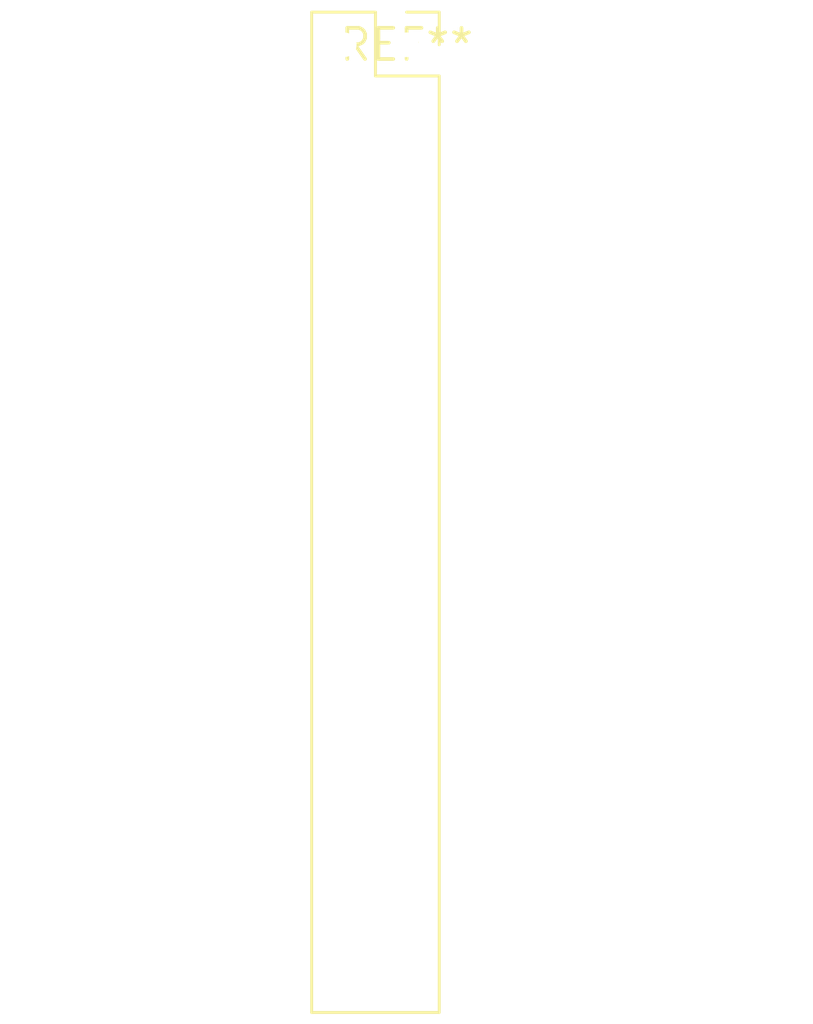
<source format=kicad_pcb>
(kicad_pcb (version 20240108) (generator pcbnew)
  (layers (0 "F.Cu" signal) (31 "B.Cu" signal) (34 "B.Paste" user) (35 "F.Paste" user) (36 "B.SilkS" user "B.Silkscreen") (37 "F.SilkS" user "F.Silkscreen") (38 "B.Mask" user) (39 "F.Mask" user) (44 "Edge.Cuts" user))
  (net 0 "")
  (footprint "PinSocket_2x16_P2.54mm_Vertical" (layer "F.Cu") (at 0 0)
    (property "Reference" "REF**")
    (property "Value" "PinSocket_2x16_P2.54mm_Vertical")
    (fp_line (start -3.87 -1.33) (end -3.87 39.43) (layer "F.SilkS") (stroke (width 0.12)))
    (fp_line (start -3.87 -1.33) (end -1.27 -1.33) (layer "F.SilkS") (stroke (width 0.12)))
    (fp_line (start -3.87 39.43) (end 1.33 39.43) (layer "F.SilkS") (stroke (width 0.12)))
    (fp_line (start -1.27 -1.33) (end -1.27 1.27) (layer "F.SilkS") (stroke (width 0.12)))
    (fp_line (start -1.27 1.27) (end 1.33 1.27) (layer "F.SilkS") (stroke (width 0.12)))
    (fp_line (start 0 -1.33) (end 1.33 -1.33) (layer "F.SilkS") (stroke (width 0.12)))
    (fp_line (start 1.33 -1.33) (end 1.33 0) (layer "F.SilkS") (stroke (width 0.12)))
    (fp_line (start 1.33 1.27) (end 1.33 39.43) (layer "F.SilkS") (stroke (width 0.12)))
    (pad "1" thru_hole rect (at 0 0) (size 1.7 1.7) (drill 1) (layers *.Cu *.Mask) (remove_unused_layers))
    (pad "2" thru_hole oval (at -2.54 0) (size 1.7 1.7) (drill 1) (layers *.Cu *.Mask) (remove_unused_layers))
    (pad "3" thru_hole oval (at 0 2.54) (size 1.7 1.7) (drill 1) (layers *.Cu *.Mask) (remove_unused_layers))
    (pad "4" thru_hole oval (at -2.54 2.54) (size 1.7 1.7) (drill 1) (layers *.Cu *.Mask) (remove_unused_layers))
    (pad "5" thru_hole oval (at 0 5.08) (size 1.7 1.7) (drill 1) (layers *.Cu *.Mask) (remove_unused_layers))
    (pad "6" thru_hole oval (at -2.54 5.08) (size 1.7 1.7) (drill 1) (layers *.Cu *.Mask) (remove_unused_layers))
    (pad "7" thru_hole oval (at 0 7.62) (size 1.7 1.7) (drill 1) (layers *.Cu *.Mask) (remove_unused_layers))
    (pad "8" thru_hole oval (at -2.54 7.62) (size 1.7 1.7) (drill 1) (layers *.Cu *.Mask) (remove_unused_layers))
    (pad "9" thru_hole oval (at 0 10.16) (size 1.7 1.7) (drill 1) (layers *.Cu *.Mask) (remove_unused_layers))
    (pad "10" thru_hole oval (at -2.54 10.16) (size 1.7 1.7) (drill 1) (layers *.Cu *.Mask) (remove_unused_layers))
    (pad "11" thru_hole oval (at 0 12.7) (size 1.7 1.7) (drill 1) (layers *.Cu *.Mask) (remove_unused_layers))
    (pad "12" thru_hole oval (at -2.54 12.7) (size 1.7 1.7) (drill 1) (layers *.Cu *.Mask) (remove_unused_layers))
    (pad "13" thru_hole oval (at 0 15.24) (size 1.7 1.7) (drill 1) (layers *.Cu *.Mask) (remove_unused_layers))
    (pad "14" thru_hole oval (at -2.54 15.24) (size 1.7 1.7) (drill 1) (layers *.Cu *.Mask) (remove_unused_layers))
    (pad "15" thru_hole oval (at 0 17.78) (size 1.7 1.7) (drill 1) (layers *.Cu *.Mask) (remove_unused_layers))
    (pad "16" thru_hole oval (at -2.54 17.78) (size 1.7 1.7) (drill 1) (layers *.Cu *.Mask) (remove_unused_layers))
    (pad "17" thru_hole oval (at 0 20.32) (size 1.7 1.7) (drill 1) (layers *.Cu *.Mask) (remove_unused_layers))
    (pad "18" thru_hole oval (at -2.54 20.32) (size 1.7 1.7) (drill 1) (layers *.Cu *.Mask) (remove_unused_layers))
    (pad "19" thru_hole oval (at 0 22.86) (size 1.7 1.7) (drill 1) (layers *.Cu *.Mask) (remove_unused_layers))
    (pad "20" thru_hole oval (at -2.54 22.86) (size 1.7 1.7) (drill 1) (layers *.Cu *.Mask) (remove_unused_layers))
    (pad "21" thru_hole oval (at 0 25.4) (size 1.7 1.7) (drill 1) (layers *.Cu *.Mask) (remove_unused_layers))
    (pad "22" thru_hole oval (at -2.54 25.4) (size 1.7 1.7) (drill 1) (layers *.Cu *.Mask) (remove_unused_layers))
    (pad "23" thru_hole oval (at 0 27.94) (size 1.7 1.7) (drill 1) (layers *.Cu *.Mask) (remove_unused_layers))
    (pad "24" thru_hole oval (at -2.54 27.94) (size 1.7 1.7) (drill 1) (layers *.Cu *.Mask) (remove_unused_layers))
    (pad "25" thru_hole oval (at 0 30.48) (size 1.7 1.7) (drill 1) (layers *.Cu *.Mask) (remove_unused_layers))
    (pad "26" thru_hole oval (at -2.54 30.48) (size 1.7 1.7) (drill 1) (layers *.Cu *.Mask) (remove_unused_layers))
    (pad "27" thru_hole oval (at 0 33.02) (size 1.7 1.7) (drill 1) (layers *.Cu *.Mask) (remove_unused_layers))
    (pad "28" thru_hole oval (at -2.54 33.02) (size 1.7 1.7) (drill 1) (layers *.Cu *.Mask) (remove_unused_layers))
    (pad "29" thru_hole oval (at 0 35.56) (size 1.7 1.7) (drill 1) (layers *.Cu *.Mask) (remove_unused_layers))
    (pad "30" thru_hole oval (at -2.54 35.56) (size 1.7 1.7) (drill 1) (layers *.Cu *.Mask) (remove_unused_layers))
    (pad "31" thru_hole oval (at 0 38.1) (size 1.7 1.7) (drill 1) (layers *.Cu *.Mask) (remove_unused_layers))
    (pad "32" thru_hole oval (at -2.54 38.1) (size 1.7 1.7) (drill 1) (layers *.Cu *.Mask) (remove_unused_layers))
  )
)
</source>
